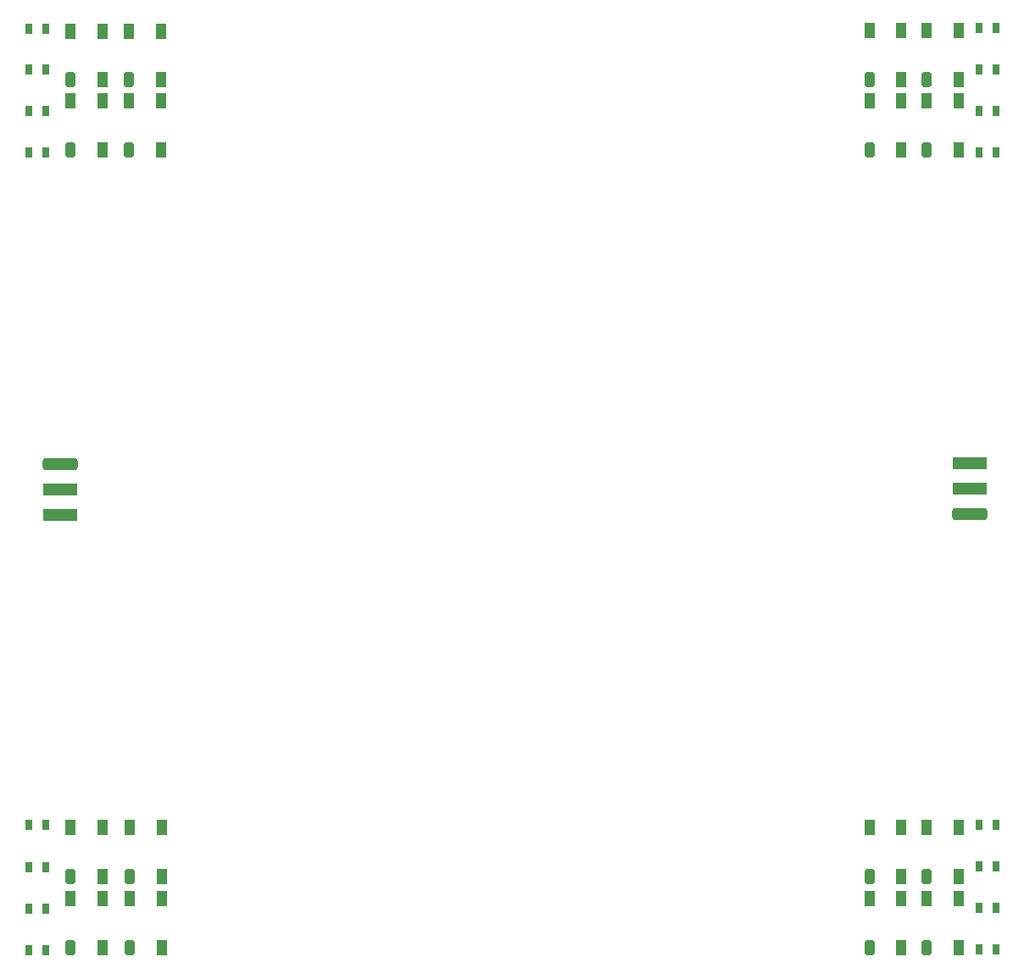
<source format=gtp>
G04*
G04 #@! TF.GenerationSoftware,Altium Limited,Altium Designer,21.0.9 (235)*
G04*
G04 Layer_Color=8421504*
%FSLAX44Y44*%
%MOMM*%
G71*
G04*
G04 #@! TF.SameCoordinates,CD1E4018-1162-47FE-B72E-61F81A971E37*
G04*
G04*
G04 #@! TF.FilePolarity,Positive*
G04*
G01*
G75*
%ADD16R,3.5000X1.2000*%
G04:AMPARAMS|DCode=17|XSize=1.2mm|YSize=3.5mm|CornerRadius=0.3mm|HoleSize=0mm|Usage=FLASHONLY|Rotation=90.000|XOffset=0mm|YOffset=0mm|HoleType=Round|Shape=RoundedRectangle|*
%AMROUNDEDRECTD17*
21,1,1.2000,2.9000,0,0,90.0*
21,1,0.6000,3.5000,0,0,90.0*
1,1,0.6000,1.4500,0.3000*
1,1,0.6000,1.4500,-0.3000*
1,1,0.6000,-1.4500,-0.3000*
1,1,0.6000,-1.4500,0.3000*
%
%ADD17ROUNDEDRECTD17*%
%ADD18R,0.8000X1.0000*%
%ADD19R,1.0000X1.5000*%
G04:AMPARAMS|DCode=20|XSize=1.5mm|YSize=1mm|CornerRadius=0.25mm|HoleSize=0mm|Usage=FLASHONLY|Rotation=90.000|XOffset=0mm|YOffset=0mm|HoleType=Round|Shape=RoundedRectangle|*
%AMROUNDEDRECTD20*
21,1,1.5000,0.5000,0,0,90.0*
21,1,1.0000,1.0000,0,0,90.0*
1,1,0.5000,0.2500,0.5000*
1,1,0.5000,0.2500,-0.5000*
1,1,0.5000,-0.2500,-0.5000*
1,1,0.5000,-0.2500,0.5000*
%
%ADD20ROUNDEDRECTD20*%
D16*
X953984Y500402D02*
D03*
Y525802D02*
D03*
X46016Y499598D02*
D03*
Y474198D02*
D03*
D17*
X953984Y475002D02*
D03*
X46016Y524998D02*
D03*
D18*
X980500Y837000D02*
D03*
X963500D02*
D03*
X980500Y878333D02*
D03*
X963500D02*
D03*
X980500Y919667D02*
D03*
X963500D02*
D03*
X980500Y961000D02*
D03*
X963500D02*
D03*
X980500Y164000D02*
D03*
X963500D02*
D03*
X980500Y122500D02*
D03*
X963500D02*
D03*
X980500Y81000D02*
D03*
X963500D02*
D03*
X980500Y39500D02*
D03*
X963500D02*
D03*
X31000Y80667D02*
D03*
X14000D02*
D03*
X31000Y122333D02*
D03*
X14000D02*
D03*
X31000Y836500D02*
D03*
X14000D02*
D03*
X31000Y960563D02*
D03*
X14000D02*
D03*
X31000Y919209D02*
D03*
X14000D02*
D03*
X31000Y877854D02*
D03*
X14000D02*
D03*
X31000Y164000D02*
D03*
X14000D02*
D03*
X31000Y39000D02*
D03*
X14000D02*
D03*
D19*
X943000Y839500D02*
D03*
Y888500D02*
D03*
X911000D02*
D03*
X943000Y42000D02*
D03*
Y91000D02*
D03*
X911000D02*
D03*
X88000Y112500D02*
D03*
Y161500D02*
D03*
X56000D02*
D03*
X88000Y839000D02*
D03*
Y888000D02*
D03*
X56000D02*
D03*
X147000Y41500D02*
D03*
Y90500D02*
D03*
X115000D02*
D03*
X88000Y41500D02*
D03*
Y90500D02*
D03*
X56000D02*
D03*
X146530Y839000D02*
D03*
Y888000D02*
D03*
X114530D02*
D03*
X146530Y909063D02*
D03*
Y958063D02*
D03*
X114530D02*
D03*
X886000Y839500D02*
D03*
Y888500D02*
D03*
X854000D02*
D03*
X886000Y112500D02*
D03*
Y161500D02*
D03*
X854000D02*
D03*
X88000Y909063D02*
D03*
Y958063D02*
D03*
X56000D02*
D03*
X943000Y112500D02*
D03*
Y161500D02*
D03*
X911000D02*
D03*
X886000Y42000D02*
D03*
Y91000D02*
D03*
X854000D02*
D03*
X886000Y909500D02*
D03*
Y958500D02*
D03*
X854000D02*
D03*
X943000Y909500D02*
D03*
Y958500D02*
D03*
X911000D02*
D03*
X147000Y112500D02*
D03*
Y161500D02*
D03*
X115000D02*
D03*
D20*
X911000Y839500D02*
D03*
Y42000D02*
D03*
X56000Y112500D02*
D03*
Y839000D02*
D03*
X115000Y41500D02*
D03*
X56000D02*
D03*
X114530Y839000D02*
D03*
Y909063D02*
D03*
X854000Y839500D02*
D03*
Y112500D02*
D03*
X56000Y909063D02*
D03*
X911000Y112500D02*
D03*
X854000Y42000D02*
D03*
Y909500D02*
D03*
X911000D02*
D03*
X115000Y112500D02*
D03*
M02*

</source>
